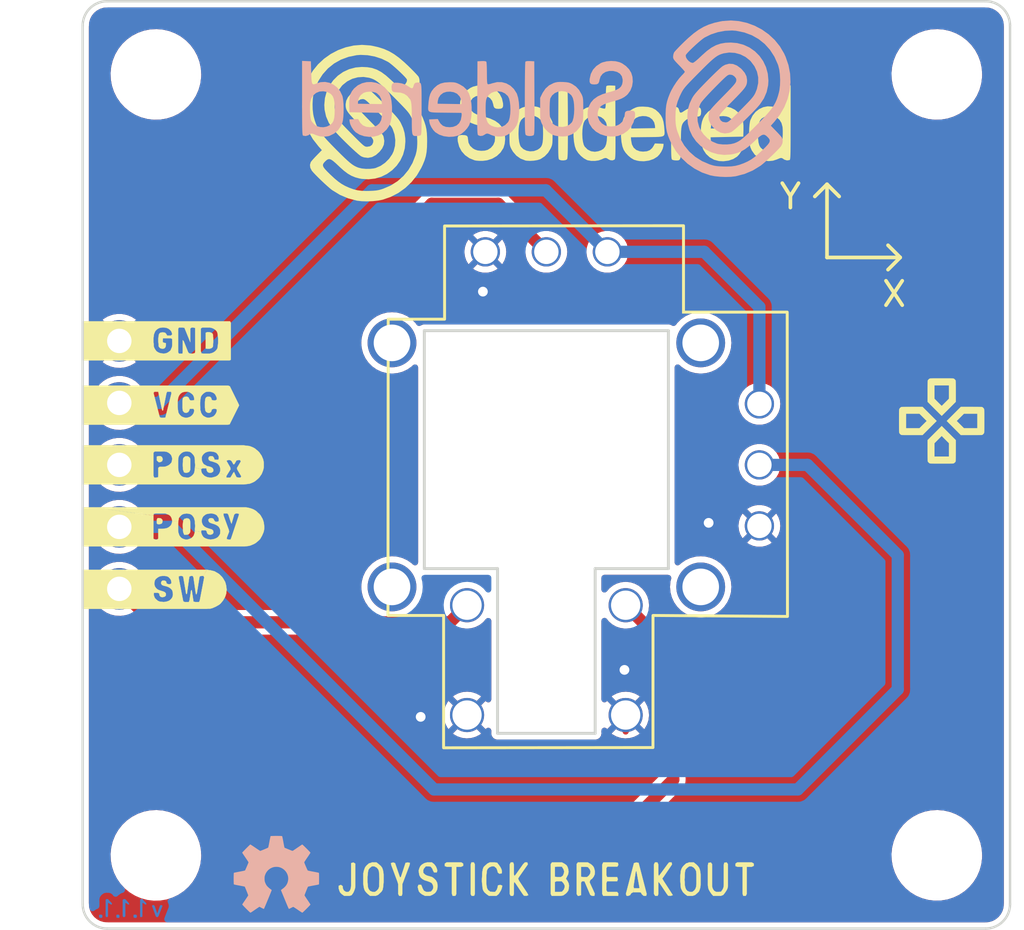
<source format=kicad_pcb>
(kicad_pcb (version 20211014) (generator pcbnew)
  (title_block (title "Joystick 2-axis with pushbutton breakout") (date "2021-11-10") (rev "V1.1.1.") (company "SOLDRED") (comment 1 "333089"))
  (layers (0 "F.Cu" signal) (31 "B.Cu" signal) (34 "B.Paste" user) (35 "F.Paste" user) (36 "B.SilkS" user "B.Silkscreen") (37 "F.SilkS" user "F.Silkscreen") (38 "B.Mask" user) (39 "F.Mask" user) (44 "Edge.Cuts" user))
  (net 0 "")
  (net 1 "GND")
  (net 2 "SW")
  (net 3 "POSy")
  (net 4 "VCC")
  (net 5 "POSx")
  (footprint "buzzardLabel" (layer "F.Cu") (at 110.6 133.95)
    (fp_text reference "" (at 0 0) (layer "F.SilkS") (effects (font (size 1.27 1.27))))
    (fp_text value "" (at 0 0) (layer "F.SilkS") (effects (font (size 1.27 1.27))))
  )
  (footprint "e-radionica.com footprinti:FIDUCIAL_23" (layer "F.Cu") (at 146.2 147.3)
    (fp_text reference "FD1")
    (fp_text value "FIDUCIAL")
    (fp_circle (center 0 0) (end 1 0) (layer "F.Cu") (width 0.2) (fill none))
    (pad "1" smd circle (at 0 0) (size 1 1) (layers "F.Cu" "F.Paste" "F.Mask") (clearance 1.1))
  )
  (footprint "Soldered Graphics:Symbol-Front-Joystick" (layer "F.Cu") (at 146.2 134.6)
    (fp_text reference "G***" hide)
    (fp_text value "LOGO" hide)
  )
  (footprint "buzzardLabel" (layer "F.Cu") (at 110.6 141.5)
    (fp_text reference "" (at 0 0) (layer "F.SilkS") (effects (font (size 1.27 1.27))))
    (fp_text value "" (at 0 0) (layer "F.SilkS") (effects (font (size 1.27 1.27))))
  )
  (footprint "buzzardLabel" (layer "F.Cu") (at 110.6 136.4)
    (fp_text reference "" (at 0 0) (layer "F.SilkS") (effects (font (size 1.27 1.27))))
    (fp_text value "" (at 0 0) (layer "F.SilkS") (effects (font (size 1.27 1.27))))
  )
  (footprint "buzzardLabel" (layer "F.Cu") (at 110.6 138.94)
    (fp_text reference "" (at 0 0) (layer "F.SilkS") (effects (font (size 1.27 1.27))))
    (fp_text value "" (at 0 0) (layer "F.SilkS") (effects (font (size 1.27 1.27))))
  )
  (footprint "buzzardLabel" (layer "F.Cu") (at 130 153.4)
    (fp_text reference "" (at 0 0) (layer "F.SilkS") (effects (font (size 1.27 1.27))))
    (fp_text value "" (at 0 0) (layer "F.SilkS") (effects (font (size 1.27 1.27))))
  )
  (footprint "Soldered Graphics:Logo-Back-SolderedFULL-20mm" (layer "F.Cu") (at 130 121.4)
    (fp_text reference "REF**" hide)
    (fp_text value "Logo-Front-SolderedFULL-20mm" hide)
  )
  (footprint "e-radionica.com footprinti:HOLE_3.2mm" (layer "F.Cu") (at 114 120.4)
    (fp_text reference "H1" hide)
    (fp_text value "HOLE_3.2mm" hide)
    (pad "" np_thru_hole circle locked (at 0 0) (size 3.2 3.2) (drill 3.2) (layers F&B.Cu *.Mask))
  )
  (footprint "e-radionica.com footprinti:HOLE_3.2mm" (layer "F.Cu") (at 146 152.4)
    (fp_text reference "H3" hide)
    (fp_text value "HOLE_3.2mm" hide)
    (pad "" np_thru_hole circle locked (at 0 0) (size 3.2 3.2) (drill 3.2) (layers F&B.Cu *.Mask))
  )
  (footprint "buzzardLabel" (layer "F.Cu") (at 110.6 131.32)
    (fp_text reference "" (at 0 0) (layer "F.SilkS") (effects (font (size 1.27 1.27))))
    (fp_text value "" (at 0 0) (layer "F.SilkS") (effects (font (size 1.27 1.27))))
  )
  (footprint "Soldered Graphics:Logo-Back-OSH-3.5mm" (layer "F.Cu") (at 118.94 153.18)
    (fp_text reference "G***" hide)
    (fp_text value "LOGO" hide)
  )
  (footprint "e-radionica.com footprinti:HOLE_3.2mm" (layer "F.Cu") (at 146 120.4)
    (fp_text reference "H2" hide)
    (fp_text value "HOLE_3.2mm" hide)
    (pad "" np_thru_hole circle locked (at 0 0) (size 3.2 3.2) (drill 3.2) (layers F&B.Cu *.Mask))
  )
  (footprint "e-radionica.com footprinti:joystick" (layer "F.Cu") (at 130 136.4)
    (fp_text reference "K1")
    (fp_text value "Joystick")
    (fp_line (start -2 4.25) (end -2 11) (layer "Edge.Cuts") (width 0.12))
    (fp_line (start 2 11) (end 2 4.25) (layer "Edge.Cuts") (width 0.12))
    (fp_line (start -5 -5.5) (end -5 4.25) (layer "Edge.Cuts") (width 0.12))
    (fp_line (start 2 4.25) (end 5 4.25) (layer "Edge.Cuts") (width 0.12))
    (fp_line (start -5 4.25) (end -2 4.25) (layer "Edge.Cuts") (width 0.12))
    (fp_line (start 5 4.25) (end 5 -5.5) (layer "Edge.Cuts") (width 0.12))
    (fp_line (start 5 -5.5) (end -5 -5.5) (layer "Edge.Cuts") (width 0.12))
    (fp_line (start -2 11) (end 2 11) (layer "Edge.Cuts") (width 0.12))
    (pad "" thru_hole circle (at -6.325 5) (size 2 2) (drill 1.5) (layers *.Cu *.Mask))
    (pad "" thru_hole circle (at -6.325 -5) (size 2 2) (drill 1.5) (layers *.Cu *.Mask))
    (pad "" thru_hole circle (at 6.325 -5) (size 2 2) (drill 1.5) (layers *.Cu *.Mask))
    (pad "" thru_hole circle (at 6.325 5) (size 2 2) (drill 1.5) (layers *.Cu *.Mask))
    (pad "1" thru_hole circle (at 3.25 10.25) (size 1.4 1.4) (drill 1.2) (layers *.Cu *.Mask) (net 1 "GND"))
    (pad "1" thru_hole circle (at -3.25 10.25) (size 1.4 1.4) (drill 1.2) (layers *.Cu *.Mask) (net 1 "GND"))
    (pad "2" thru_hole circle (at -3.25 5.75) (size 1.4 1.4) (drill 1.2) (layers *.Cu *.Mask) (net 2 "SW"))
    (pad "2" thru_hole circle (at 3.25 5.75) (size 1.4 1.4) (drill 1.2) (layers *.Cu *.Mask) (net 2 "SW"))
    (pad "3" thru_hole circle (at 8.73 2.5) (size 1.2 1.2) (drill 1) (layers *.Cu *.Mask) (net 1 "GND"))
    (pad "4" thru_hole circle (at 8.73 0) (size 1.2 1.2) (drill 1) (layers *.Cu *.Mask) (net 3 "POSy"))
    (pad "5" thru_hole circle (at 8.73 -2.5) (size 1.2 1.2) (drill 1) (layers *.Cu *.Mask) (net 4 "VCC"))
    (pad "6" thru_hole circle (at 2.5 -8.73) (size 1.2 1.2) (drill 1) (layers *.Cu *.Mask) (net 4 "VCC"))
    (pad "7" thru_hole circle (at 0 -8.73) (size 1.2 1.2) (drill 1) (layers *.Cu *.Mask) (net 5 "POSx"))
    (pad "8" thru_hole circle (at -2.5 -8.73) (size 1.2 1.2) (drill 1) (layers *.Cu *.Mask) (net 1 "GND"))
  )
  (footprint "Soldered Graphics:Logo-Back-SolderedFULL-20mm" (layer "B.Cu") (at 130 122.4 180)
    (fp_text reference "REF**" hide)
    (fp_text value "Logo-Front-SolderedFULL-20mm" hide)
  )
  (footprint "e-radionica.com footprinti:HOLE_3.2mm" (layer "B.Cu") (at 114 152.4 180)
    (fp_text reference "H4" hide)
    (fp_text value "HOLE_3.2mm" hide)
    (pad "" np_thru_hole circle locked (at 0 0 180) (size 3.2 3.2) (drill 3.2) (layers F&B.Cu *.Mask))
  )
  (footprint "Soldered Graphics:Version1.1.1." (layer "B.Cu") (at 112.925 154.575 180)
    (fp_text reference "REF**" hide)
    (fp_text value "Version1.1.1." hide)
    (fp_poly (pts (xy 0.91 -0.35) (xy 0.96 -0.35) (xy 0.98 -0.31) (xy 0.98 0.35) (xy 0.95 0.38) (xy 0.89 0.38) (xy 0.86 0.34) (xy 0.74 0.22) (xy 0.73 0.17) (xy 0.76 0.16) (xy 0.85 0.22) (xy 0.89 0.23) (xy 0.89 -0.31) (xy 0.91 -0.35)) (layer "B.Cu") (width 0.01) (fill solid))
    (fp_poly (pts (xy 0.43 -0.38) (xy 0.48 -0.38) (xy 0.54 -0.37) (xy 0.54 -0.33) (xy 0.54 -0.27) (xy 0.5 -0.26) (xy 0.45 -0.26) (xy 0.42 -0.29) (xy 0.42 -0.34) (xy 0.43 -0.38)) (layer "B.Cu") (width 0.01) (fill solid))
    (fp_poly (pts (xy 1.14 -0.38) (xy 1.19 -0.38) (xy 1.24 -0.37) (xy 1.25 -0.33) (xy 1.25 -0.27) (xy 1.2 -0.26) (xy 1.15 -0.26) (xy 1.12 -0.29) (xy 1.12 -0.34) (xy 1.14 -0.38)) (layer "B.Cu") (width 0.01) (fill solid))
    (fp_poly (pts (xy 0.21 -0.35) (xy 0.26 -0.35) (xy 0.28 -0.31) (xy 0.28 0.35) (xy 0.24 0.38) (xy 0.19 0.38) (xy 0.15 0.34) (xy 0.04 0.22) (xy 0.02 0.17) (xy 0.05 0.16) (xy 0.14 0.22) (xy 0.18 0.23) (xy 0.18 -0.31) (xy 0.21 -0.35)) (layer "B.Cu") (width 0.01) (fill solid))
    (fp_poly (pts (xy -0.5 -0.35) (xy -0.44 -0.35) (xy -0.43 -0.31) (xy -0.43 0.35) (xy -0.46 0.38) (xy -0.52 0.38) (xy -0.55 0.34) (xy -0.67 0.22) (xy -0.68 0.17) (xy -0.65 0.16) (xy -0.56 0.22) (xy -0.52 0.23) (xy -0.52 -0.31) (xy -0.5 -0.35)) (layer "B.Cu") (width 0.01) (fill solid))
    (fp_poly (pts (xy -1.15 -0.35) (xy -1.1 -0.35) (xy -1.07 -0.31) (xy -0.92 0.1) (xy -0.94 0.13) (xy -0.99 0.13) (xy -1.02 0.1) (xy -1.11 -0.16) (xy -1.13 -0.21) (xy -1.15 -0.17) (xy -1.24 0.09) (xy -1.26 0.13) (xy -1.32 0.13) (xy -1.34 0.1) (xy -1.18 -0.31) (xy -1.15 -0.35)) (layer "B.Cu") (width 0.01) (fill solid))
    (fp_poly (pts (xy -0.27 -0.38) (xy -0.22 -0.38) (xy -0.17 -0.37) (xy -0.16 -0.33) (xy -0.16 -0.27) (xy -0.21 -0.26) (xy -0.26 -0.26) (xy -0.29 -0.29) (xy -0.29 -0.34) (xy -0.27 -0.38)) (layer "B.Cu") (width 0.01) (fill solid))
  )
  (footprint "e-radionica.com footprinti:HEADER_MALE_5X1" (layer "B.Cu") (at 112.5 136.4 90)
    (fp_text reference "K2")
    (fp_text value "HEADER_MALE_5X1")
    (pad "1" thru_hole circle locked (at -5.08 0 90) (size 1.7 1.7) (drill 1) (layers *.Cu *.Mask) (net 2 "SW"))
    (pad "2" thru_hole circle locked (at -2.54 0 90) (size 1.7 1.7) (drill 1) (layers *.Cu *.Mask) (net 3 "POSy"))
    (pad "3" thru_hole circle locked (at 0 0 90) (size 1.7 1.7) (drill 1) (layers *.Cu *.Mask) (net 5 "POSx"))
    (pad "4" thru_hole circle locked (at 2.54 0 90) (size 1.7 1.7) (drill 1) (layers *.Cu *.Mask) (net 4 "VCC"))
    (pad "5" thru_hole circle locked (at 5.08 0 90) (size 1.7 1.7) (drill 1) (layers *.Cu *.Mask) (net 1 "GND"))
  )
  (gr_line (start 141.5 127.9) (end 144.5 127.9) (layer "F.SilkS") (width 0.15))
  (gr_line (start 144.5 127.9) (end 144 127.4) (layer "F.SilkS") (width 0.15))
  (gr_line (start 141.5 124.9) (end 141.5 127.9) (layer "F.SilkS") (width 0.15))
  (gr_line (start 141.5 124.9) (end 141 125.4) (layer "F.SilkS") (width 0.15))
  (gr_line (start 144.5 127.9) (end 144 128.4) (layer "F.SilkS") (width 0.15))
  (gr_line (start 141.5 124.9) (end 142 125.4) (layer "F.SilkS") (width 0.15))
  (gr_arc (start 148 117.4) (mid 148.707107 117.692893) (end 149 118.4) (layer "Edge.Cuts") (width 0.1))
  (gr_line (start 111 118.4) (end 111 154.4) (layer "Edge.Cuts") (width 0.1))
  (gr_arc (start 112 155.4) (mid 111.292893 155.107107) (end 111 154.4) (layer "Edge.Cuts") (width 0.1))
  (gr_arc (start 149 154.4) (mid 148.707107 155.107107) (end 148 155.4) (layer "Edge.Cuts") (width 0.1))
  (gr_line (start 112 155.4) (end 148 155.4) (layer "Edge.Cuts") (width 0.1))
  (gr_line (start 148 117.4) (end 112 117.4) (layer "Edge.Cuts") (width 0.1))
  (gr_arc (start 111 118.4) (mid 111.292892 117.692895) (end 111.999997 117.400003) (layer "Edge.Cuts") (width 0.1))
  (gr_line (start 149 154.4) (end 149 118.4) (layer "Edge.Cuts") (width 0.1))
  (gr_text "Y" (at 140 125.4) (layer "F.SilkS") (effects (font (size 1 1))))
  (gr_text "X" (at 144.25 129.4) (layer "F.SilkS") (effects (font (size 1 1))))
  (segment (start 133.25 147.326804) (end 133.25 146.65) (width 0.25) (layer "F.Cu") (net 1))
  (via (at 124.85 146.725) (size 0.8) (drill 0.4) (layers "F.Cu" "B.Cu") (net 1))
  (via (at 127.4 129.3) (size 0.8) (drill 0.4) (layers "F.Cu" "B.Cu") (net 1))
  (via (at 133.2 144.8) (size 0.8) (drill 0.4) (layers "F.Cu" "B.Cu") (net 1))
  (via (at 136.65 138.775) (size 0.8) (drill 0.4) (layers "F.Cu" "B.Cu") (net 1))
  (segment (start 133.7 150.8) (end 135.2 149.3) (width 0.5) (layer "F.Cu") (net 2))
  (segment (start 121.8 150.8) (end 133.7 150.8) (width 0.5) (layer "F.Cu") (net 2))
  (segment (start 126.05 142.85) (end 126.75 142.15) (width 0.5) (layer "F.Cu") (net 2))
  (segment (start 113.87 142.87) (end 121.8 150.8) (width 0.5) (layer "F.Cu") (net 2))
  (segment (start 113.87 142.85) (end 126.05 142.85) (width 0.5) (layer "F.Cu") (net 2))
  (segment (start 113.87 142.85) (end 113.87 142.87) (width 0.5) (layer "F.Cu") (net 2))
  (segment (start 112.5 141.48) (end 113.87 142.85) (width 0.5) (layer "F.Cu") (net 2))
  (segment (start 135.2 149.3) (end 135.2 144.1) (width 0.5) (layer "F.Cu") (net 2))
  (segment (start 126.75 142.15) (end 127 142.4) (width 0.25) (layer "F.Cu") (net 2))
  (segment (start 135.2 144.1) (end 133.25 142.15) (width 0.5) (layer "F.Cu") (net 2))
  (segment (start 144.4 140.1) (end 140.7 136.4) (width 0.5) (layer "B.Cu") (net 3))
  (segment (start 144.4 145.6) (end 144.4 140.1) (width 0.5) (layer "B.Cu") (net 3))
  (segment (start 125.4 149.7) (end 140.3 149.7) (width 0.5) (layer "B.Cu") (net 3))
  (segment (start 114.64 138.94) (end 125.4 149.7) (width 0.5) (layer "B.Cu") (net 3))
  (segment (start 140.7 136.4) (end 138.73 136.4) (width 0.5) (layer "B.Cu") (net 3))
  (segment (start 112.5 138.94) (end 114.64 138.94) (width 0.5) (layer "B.Cu") (net 3))
  (segment (start 140.3 149.7) (end 144.4 145.6) (width 0.5) (layer "B.Cu") (net 3))
  (segment (start 136.47 127.67) (end 138.73 129.93) (width 0.5) (layer "B.Cu") (net 4))
  (segment (start 112.5 133.86) (end 114.14 133.86) (width 0.5) (layer "B.Cu") (net 4))
  (segment (start 122.85 125.15) (end 129.98 125.15) (width 0.5) (layer "B.Cu") (net 4))
  (segment (start 132.5 127.67) (end 136.47 127.67) (width 0.5) (layer "B.Cu") (net 4))
  (segment (start 129.98 125.15) (end 132.5 127.67) (width 0.5) (layer "B.Cu") (net 4))
  (segment (start 138.73 129.93) (end 138.73 133.9) (width 0.5) (layer "B.Cu") (net 4))
  (segment (start 114.14 133.86) (end 122.85 125.15) (width 0.5) (layer "B.Cu") (net 4))
  (segment (start 128.03 125.7) (end 130 127.67) (width 0.5) (layer "F.Cu") (net 5))
  (segment (start 114.6 136.4) (end 125.3 125.7) (width 0.5) (layer "F.Cu") (net 5))
  (segment (start 112.5 136.4) (end 114.6 136.4) (width 0.5) (layer "F.Cu") (net 5))
  (segment (start 125.3 125.7) (end 128.03 125.7) (width 0.5) (layer "F.Cu") (net 5))
  (zone (net 1) (net_name "GND") (layers F&B.Cu) (connect_pads (clearance 0.254)) (min_thickness 0.254) (fill yes (thermal_gap 0.254) (thermal_bridge_width 0.254))
    (polygon (pts (xy 149 155.4) (xy 111 155.4) (xy 111 117.4) (xy 149 117.4)))
  )
)
</source>
